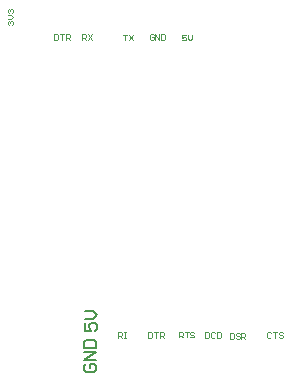
<source format=gbo>
G04*
G04 #@! TF.GenerationSoftware,Altium Limited,Altium Designer,20.2.4 (192)*
G04*
G04 Layer_Color=32896*
%FSLAX44Y44*%
%MOMM*%
G71*
G04*
G04 #@! TF.SameCoordinates,04E9AB2E-1989-4D7A-88AA-1D4CDCA67D46*
G04*
G04*
G04 #@! TF.FilePolarity,Positive*
G04*
G01*
G75*
%ADD10C,0.2000*%
%ADD15C,0.1000*%
D10*
X68155Y13491D02*
X66489Y11824D01*
Y8492D01*
X68155Y6826D01*
X74820D01*
X76486Y8492D01*
Y11824D01*
X74820Y13491D01*
X71488D01*
Y10158D01*
X76486Y16823D02*
X66489D01*
X76486Y23487D01*
X66489D01*
Y26820D02*
X76486D01*
Y31818D01*
X74820Y33484D01*
X68155D01*
X66489Y31818D01*
Y26820D01*
X67251Y48035D02*
Y41370D01*
X72250D01*
X70584Y44702D01*
Y46368D01*
X72250Y48035D01*
X75582D01*
X77248Y46368D01*
Y43036D01*
X75582Y41370D01*
X67251Y51367D02*
X73916D01*
X77248Y54699D01*
X73916Y58031D01*
X67251D01*
D15*
X95234Y35544D02*
Y40542D01*
X97733D01*
X98566Y39709D01*
Y38043D01*
X97733Y37210D01*
X95234D01*
X96900D02*
X98566Y35544D01*
X100232Y40542D02*
X101898D01*
X101065D01*
Y35544D01*
X100232D01*
X101898D01*
X120126Y40288D02*
Y35290D01*
X122625D01*
X123458Y36123D01*
Y39455D01*
X122625Y40288D01*
X120126D01*
X125124D02*
X128457D01*
X126791D01*
Y35290D01*
X130123D02*
Y40288D01*
X132622D01*
X133455Y39455D01*
Y37789D01*
X132622Y36956D01*
X130123D01*
X131789D02*
X133455Y35290D01*
X146288Y35798D02*
Y40796D01*
X148787D01*
X149620Y39963D01*
Y38297D01*
X148787Y37464D01*
X146288D01*
X147954D02*
X149620Y35798D01*
X151286Y40796D02*
X154619D01*
X152952D01*
Y35798D01*
X159617Y39963D02*
X158784Y40796D01*
X157118D01*
X156285Y39963D01*
Y39130D01*
X157118Y38297D01*
X158784D01*
X159617Y37464D01*
Y36631D01*
X158784Y35798D01*
X157118D01*
X156285Y36631D01*
X168894Y40542D02*
Y35544D01*
X171393D01*
X172226Y36377D01*
Y39709D01*
X171393Y40542D01*
X168894D01*
X177225Y39709D02*
X176392Y40542D01*
X174725D01*
X173892Y39709D01*
Y36377D01*
X174725Y35544D01*
X176392D01*
X177225Y36377D01*
X178891Y40542D02*
Y35544D01*
X181390D01*
X182223Y36377D01*
Y39709D01*
X181390Y40542D01*
X178891D01*
X189468Y39780D02*
Y34782D01*
X191967D01*
X192800Y35615D01*
Y38947D01*
X191967Y39780D01*
X189468D01*
X197799Y38947D02*
X196966Y39780D01*
X195299D01*
X194466Y38947D01*
Y38114D01*
X195299Y37281D01*
X196966D01*
X197799Y36448D01*
Y35615D01*
X196966Y34782D01*
X195299D01*
X194466Y35615D01*
X199465Y34782D02*
Y39780D01*
X201964D01*
X202797Y38947D01*
Y37281D01*
X201964Y36448D01*
X199465D01*
X201131D02*
X202797Y34782D01*
X224804Y39201D02*
X223971Y40034D01*
X222305D01*
X221472Y39201D01*
Y35869D01*
X222305Y35036D01*
X223971D01*
X224804Y35869D01*
X226470Y40034D02*
X229803D01*
X228137D01*
Y35036D01*
X234801Y39201D02*
X233968Y40034D01*
X232302D01*
X231469Y39201D01*
Y38368D01*
X232302Y37535D01*
X233968D01*
X234801Y36702D01*
Y35869D01*
X233968Y35036D01*
X232302D01*
X231469Y35869D01*
X41132Y292510D02*
Y287512D01*
X43631D01*
X44464Y288345D01*
Y291677D01*
X43631Y292510D01*
X41132D01*
X46130D02*
X49463D01*
X47797D01*
Y287512D01*
X51129D02*
Y292510D01*
X53628D01*
X54461Y291677D01*
Y290011D01*
X53628Y289178D01*
X51129D01*
X52795D02*
X54461Y287512D01*
X152414Y292256D02*
X149082D01*
Y289757D01*
X150748Y290590D01*
X151581D01*
X152414Y289757D01*
Y288091D01*
X151581Y287258D01*
X149915D01*
X149082Y288091D01*
X154080Y292256D02*
Y288924D01*
X155746Y287258D01*
X157413Y288924D01*
Y292256D01*
X124982Y291677D02*
X124149Y292510D01*
X122483D01*
X121650Y291677D01*
Y288345D01*
X122483Y287512D01*
X124149D01*
X124982Y288345D01*
Y290011D01*
X123316D01*
X126648Y287512D02*
Y292510D01*
X129981Y287512D01*
Y292510D01*
X131647D02*
Y287512D01*
X134146D01*
X134979Y288345D01*
Y291677D01*
X134146Y292510D01*
X131647D01*
X99044Y292256D02*
X102376D01*
X100710D01*
Y287258D01*
X104042Y292256D02*
X107375Y287258D01*
Y292256D02*
X104042Y287258D01*
X2201Y300466D02*
X1368Y301299D01*
Y302965D01*
X2201Y303798D01*
X3034D01*
X3867Y302965D01*
Y302132D01*
Y302965D01*
X4700Y303798D01*
X5533D01*
X6366Y302965D01*
Y301299D01*
X5533Y300466D01*
X1368Y305464D02*
X4700D01*
X6366Y307131D01*
X4700Y308797D01*
X1368D01*
X2201Y310463D02*
X1368Y311296D01*
Y312962D01*
X2201Y313795D01*
X3034D01*
X3867Y312962D01*
Y312129D01*
Y312962D01*
X4700Y313795D01*
X5533D01*
X6366Y312962D01*
Y311296D01*
X5533Y310463D01*
X64500Y287512D02*
Y292510D01*
X66999D01*
X67832Y291677D01*
Y290011D01*
X66999Y289178D01*
X64500D01*
X66166D02*
X67832Y287512D01*
X69498Y292510D02*
X72831Y287512D01*
Y292510D02*
X69498Y287512D01*
M02*

</source>
